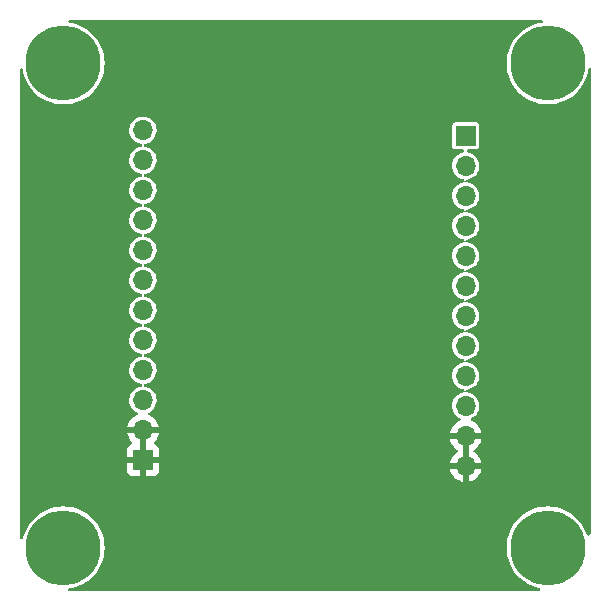
<source format=gbl>
G04 #@! TF.GenerationSoftware,KiCad,Pcbnew,(6.0.1)*
G04 #@! TF.CreationDate,2022-08-20T07:42:27-04:00*
G04 #@! TF.ProjectId,SH-LEV-01,53482d4c-4556-42d3-9031-2e6b69636164,1*
G04 #@! TF.SameCoordinates,Original*
G04 #@! TF.FileFunction,Copper,L2,Bot*
G04 #@! TF.FilePolarity,Positive*
%FSLAX46Y46*%
G04 Gerber Fmt 4.6, Leading zero omitted, Abs format (unit mm)*
G04 Created by KiCad (PCBNEW (6.0.1)) date 2022-08-20 07:42:27*
%MOMM*%
%LPD*%
G01*
G04 APERTURE LIST*
G04 #@! TA.AperFunction,ComponentPad*
%ADD10C,6.350000*%
G04 #@! TD*
G04 #@! TA.AperFunction,ComponentPad*
%ADD11R,1.700000X1.700000*%
G04 #@! TD*
G04 #@! TA.AperFunction,ComponentPad*
%ADD12O,1.700000X1.700000*%
G04 #@! TD*
G04 #@! TA.AperFunction,ViaPad*
%ADD13C,0.889000*%
G04 #@! TD*
G04 APERTURE END LIST*
D10*
X14000000Y-55000000D03*
X55000000Y-55000000D03*
X55000000Y-14000000D03*
X14000000Y-14000000D03*
D11*
X20732600Y-47604600D03*
D12*
X20732600Y-45064600D03*
X20732600Y-42524600D03*
X20732600Y-39984600D03*
X20732600Y-37444600D03*
X20732600Y-34904600D03*
X20732600Y-32364600D03*
X20732600Y-29824600D03*
X20732600Y-27284600D03*
X20732600Y-24744600D03*
X20732600Y-22204600D03*
X20732600Y-19664600D03*
D11*
X48050600Y-20142600D03*
D12*
X48050600Y-22682600D03*
X48050600Y-25222600D03*
X48050600Y-27762600D03*
X48050600Y-30302600D03*
X48050600Y-32842600D03*
X48050600Y-35382600D03*
X48050600Y-37922600D03*
X48050600Y-40462600D03*
X48050600Y-43002600D03*
X48050600Y-45542600D03*
X48050600Y-48082600D03*
D13*
X34899600Y-46329600D03*
X39217600Y-34899600D03*
X37693600Y-20675600D03*
X34413100Y-19384100D03*
G04 #@! TA.AperFunction,Conductor*
G36*
X54550059Y-10324802D02*
G01*
X54596552Y-10378458D01*
X54606656Y-10448732D01*
X54577162Y-10513312D01*
X54517436Y-10551696D01*
X54501650Y-10555249D01*
X54275412Y-10591081D01*
X53923052Y-10685496D01*
X53582492Y-10816225D01*
X53579552Y-10817723D01*
X53260403Y-10980337D01*
X53260396Y-10980341D01*
X53257462Y-10981836D01*
X52951524Y-11180514D01*
X52668029Y-11410084D01*
X52410084Y-11668029D01*
X52180514Y-11951524D01*
X51981836Y-12257462D01*
X51816225Y-12582492D01*
X51685496Y-12923052D01*
X51591081Y-13275412D01*
X51534016Y-13635710D01*
X51514924Y-14000000D01*
X51534016Y-14364290D01*
X51534529Y-14367530D01*
X51534530Y-14367538D01*
X51555249Y-14498351D01*
X51591081Y-14724588D01*
X51685496Y-15076948D01*
X51816225Y-15417508D01*
X51981836Y-15742538D01*
X52180514Y-16048476D01*
X52410084Y-16331971D01*
X52668029Y-16589916D01*
X52951524Y-16819486D01*
X53257462Y-17018164D01*
X53260396Y-17019659D01*
X53260403Y-17019663D01*
X53579552Y-17182277D01*
X53582492Y-17183775D01*
X53923052Y-17314504D01*
X54275412Y-17408919D01*
X54466987Y-17439261D01*
X54632462Y-17465470D01*
X54632470Y-17465471D01*
X54635710Y-17465984D01*
X55000000Y-17485076D01*
X55364290Y-17465984D01*
X55367530Y-17465471D01*
X55367538Y-17465470D01*
X55533013Y-17439261D01*
X55724588Y-17408919D01*
X56076948Y-17314504D01*
X56417508Y-17183775D01*
X56420448Y-17182277D01*
X56739597Y-17019663D01*
X56739604Y-17019659D01*
X56742538Y-17018164D01*
X57048476Y-16819486D01*
X57331971Y-16589916D01*
X57589916Y-16331971D01*
X57819486Y-16048476D01*
X58018164Y-15742538D01*
X58183775Y-15417508D01*
X58314504Y-15076948D01*
X58408919Y-14724588D01*
X58444751Y-14498351D01*
X58475163Y-14434198D01*
X58535431Y-14396671D01*
X58606421Y-14397685D01*
X58665593Y-14436918D01*
X58694161Y-14501913D01*
X58695200Y-14518062D01*
X58695200Y-53696869D01*
X58675198Y-53764990D01*
X58663374Y-53780579D01*
X58533894Y-53926245D01*
X58519116Y-53942870D01*
X58458909Y-53980495D01*
X58387918Y-53979598D01*
X58328682Y-53940462D01*
X58307311Y-53904314D01*
X58183775Y-53582492D01*
X58018164Y-53257462D01*
X57819486Y-52951524D01*
X57589916Y-52668029D01*
X57331971Y-52410084D01*
X57048476Y-52180514D01*
X56742538Y-51981836D01*
X56739604Y-51980341D01*
X56739597Y-51980337D01*
X56420448Y-51817723D01*
X56417508Y-51816225D01*
X56076948Y-51685496D01*
X55724588Y-51591081D01*
X55533013Y-51560739D01*
X55367538Y-51534530D01*
X55367530Y-51534529D01*
X55364290Y-51534016D01*
X55000000Y-51514924D01*
X54635710Y-51534016D01*
X54632470Y-51534529D01*
X54632462Y-51534530D01*
X54466987Y-51560739D01*
X54275412Y-51591081D01*
X53923052Y-51685496D01*
X53582492Y-51816225D01*
X53579552Y-51817723D01*
X53260403Y-51980337D01*
X53260396Y-51980341D01*
X53257462Y-51981836D01*
X52951524Y-52180514D01*
X52668029Y-52410084D01*
X52410084Y-52668029D01*
X52180514Y-52951524D01*
X51981836Y-53257462D01*
X51816225Y-53582492D01*
X51685496Y-53923052D01*
X51591081Y-54275412D01*
X51534016Y-54635710D01*
X51514924Y-55000000D01*
X51534016Y-55364290D01*
X51591081Y-55724588D01*
X51685496Y-56076948D01*
X51816225Y-56417508D01*
X51981836Y-56742538D01*
X52180514Y-57048476D01*
X52410084Y-57331971D01*
X52668029Y-57589916D01*
X52951524Y-57819486D01*
X53257462Y-58018164D01*
X53260396Y-58019659D01*
X53260403Y-58019663D01*
X53363998Y-58072447D01*
X53582492Y-58183775D01*
X53923052Y-58314504D01*
X54275412Y-58408919D01*
X54278670Y-58409435D01*
X54278684Y-58409438D01*
X54288028Y-58410918D01*
X54352180Y-58441331D01*
X54389705Y-58501600D01*
X54388690Y-58572590D01*
X54362487Y-58619076D01*
X54332412Y-58652910D01*
X54272205Y-58690535D01*
X54238239Y-58695200D01*
X14518062Y-58695200D01*
X14449941Y-58675198D01*
X14403448Y-58621542D01*
X14393344Y-58551268D01*
X14422838Y-58486688D01*
X14482564Y-58448304D01*
X14498351Y-58444751D01*
X14724588Y-58408919D01*
X15076948Y-58314504D01*
X15417508Y-58183775D01*
X15636002Y-58072447D01*
X15739597Y-58019663D01*
X15739604Y-58019659D01*
X15742538Y-58018164D01*
X16048476Y-57819486D01*
X16331971Y-57589916D01*
X16589916Y-57331971D01*
X16819486Y-57048476D01*
X17018164Y-56742538D01*
X17183775Y-56417508D01*
X17314504Y-56076948D01*
X17408919Y-55724588D01*
X17465984Y-55364290D01*
X17485076Y-55000000D01*
X17465984Y-54635710D01*
X17408919Y-54275412D01*
X17314504Y-53923052D01*
X17183775Y-53582492D01*
X17018164Y-53257462D01*
X16819486Y-52951524D01*
X16589916Y-52668029D01*
X16331971Y-52410084D01*
X16048476Y-52180514D01*
X15742538Y-51981836D01*
X15739604Y-51980341D01*
X15739597Y-51980337D01*
X15420448Y-51817723D01*
X15417508Y-51816225D01*
X15076948Y-51685496D01*
X14724588Y-51591081D01*
X14533013Y-51560739D01*
X14367538Y-51534530D01*
X14367530Y-51534529D01*
X14364290Y-51534016D01*
X14000000Y-51514924D01*
X13635710Y-51534016D01*
X13632470Y-51534529D01*
X13632462Y-51534530D01*
X13466987Y-51560739D01*
X13275412Y-51591081D01*
X12923052Y-51685496D01*
X12582492Y-51816225D01*
X12579552Y-51817723D01*
X12260403Y-51980337D01*
X12260396Y-51980341D01*
X12257462Y-51981836D01*
X11951524Y-52180514D01*
X11668029Y-52410084D01*
X11410084Y-52668029D01*
X11180514Y-52951524D01*
X10981836Y-53257462D01*
X10816225Y-53582492D01*
X10685496Y-53923052D01*
X10670345Y-53979598D01*
X10612738Y-54194589D01*
X10575786Y-54255212D01*
X10511926Y-54286233D01*
X10441431Y-54277805D01*
X10396207Y-54244950D01*
X10335976Y-54176115D01*
X10306171Y-54111677D01*
X10304800Y-54093143D01*
X10304800Y-48499269D01*
X19374601Y-48499269D01*
X19374971Y-48506090D01*
X19380495Y-48556952D01*
X19384121Y-48572204D01*
X19429276Y-48692654D01*
X19437814Y-48708249D01*
X19514315Y-48810324D01*
X19526876Y-48822885D01*
X19628951Y-48899386D01*
X19644546Y-48907924D01*
X19764994Y-48953078D01*
X19780249Y-48956705D01*
X19831114Y-48962231D01*
X19837928Y-48962600D01*
X20460485Y-48962600D01*
X20475724Y-48958125D01*
X20476929Y-48956735D01*
X20478600Y-48949052D01*
X20478600Y-48944484D01*
X20986600Y-48944484D01*
X20991075Y-48959723D01*
X20992465Y-48960928D01*
X21000148Y-48962599D01*
X21627269Y-48962599D01*
X21634090Y-48962229D01*
X21684952Y-48956705D01*
X21700204Y-48953079D01*
X21820654Y-48907924D01*
X21836249Y-48899386D01*
X21938324Y-48822885D01*
X21950885Y-48810324D01*
X22027386Y-48708249D01*
X22035924Y-48692654D01*
X22081078Y-48572206D01*
X22084705Y-48556951D01*
X22090231Y-48506086D01*
X22090600Y-48499272D01*
X22090600Y-48350566D01*
X46718857Y-48350566D01*
X46749165Y-48485046D01*
X46752245Y-48494875D01*
X46832370Y-48692203D01*
X46837013Y-48701394D01*
X46948294Y-48882988D01*
X46954377Y-48891299D01*
X47093813Y-49052267D01*
X47101180Y-49059483D01*
X47265034Y-49195516D01*
X47273481Y-49201431D01*
X47457356Y-49308879D01*
X47466642Y-49313329D01*
X47665601Y-49389303D01*
X47675499Y-49392179D01*
X47778850Y-49413206D01*
X47792899Y-49412010D01*
X47796600Y-49401665D01*
X47796600Y-49401117D01*
X48304600Y-49401117D01*
X48308664Y-49414959D01*
X48322078Y-49416993D01*
X48328784Y-49416134D01*
X48338862Y-49413992D01*
X48542855Y-49352791D01*
X48552442Y-49349033D01*
X48743695Y-49255339D01*
X48752545Y-49250064D01*
X48925928Y-49126392D01*
X48933800Y-49119739D01*
X49084652Y-48969412D01*
X49091330Y-48961565D01*
X49215603Y-48788620D01*
X49220913Y-48779783D01*
X49315270Y-48588867D01*
X49319069Y-48579272D01*
X49380977Y-48375510D01*
X49383155Y-48365437D01*
X49384586Y-48354562D01*
X49382375Y-48340378D01*
X49369217Y-48336600D01*
X48322715Y-48336600D01*
X48307476Y-48341075D01*
X48306271Y-48342465D01*
X48304600Y-48350148D01*
X48304600Y-49401117D01*
X47796600Y-49401117D01*
X47796600Y-48354715D01*
X47792125Y-48339476D01*
X47790735Y-48338271D01*
X47783052Y-48336600D01*
X46733825Y-48336600D01*
X46720294Y-48340573D01*
X46718857Y-48350566D01*
X22090600Y-48350566D01*
X22090600Y-47876715D01*
X22086125Y-47861476D01*
X22084735Y-47860271D01*
X22077052Y-47858600D01*
X21004715Y-47858600D01*
X20989476Y-47863075D01*
X20988271Y-47864465D01*
X20986600Y-47872148D01*
X20986600Y-48944484D01*
X20478600Y-48944484D01*
X20478600Y-47876715D01*
X20474125Y-47861476D01*
X20472735Y-47860271D01*
X20465052Y-47858600D01*
X19392716Y-47858600D01*
X19377477Y-47863075D01*
X19376272Y-47864465D01*
X19374601Y-47872148D01*
X19374601Y-48499269D01*
X10304800Y-48499269D01*
X10304800Y-47816783D01*
X46714989Y-47816783D01*
X46716512Y-47825207D01*
X46728892Y-47828600D01*
X47778485Y-47828600D01*
X47793724Y-47824125D01*
X47794929Y-47822735D01*
X47796600Y-47815052D01*
X47796600Y-47810485D01*
X48304600Y-47810485D01*
X48309075Y-47825724D01*
X48310465Y-47826929D01*
X48318148Y-47828600D01*
X49368944Y-47828600D01*
X49382475Y-47824627D01*
X49383780Y-47815547D01*
X49341814Y-47648475D01*
X49338494Y-47638724D01*
X49253572Y-47443414D01*
X49248705Y-47434339D01*
X49133026Y-47255526D01*
X49126736Y-47247357D01*
X48983406Y-47089840D01*
X48975873Y-47082815D01*
X48808739Y-46950822D01*
X48800152Y-46945117D01*
X48762716Y-46924451D01*
X48712746Y-46874019D01*
X48697974Y-46804576D01*
X48723090Y-46738171D01*
X48750442Y-46711564D01*
X48925927Y-46586392D01*
X48933800Y-46579739D01*
X49084652Y-46429412D01*
X49091330Y-46421565D01*
X49215603Y-46248620D01*
X49220913Y-46239783D01*
X49315270Y-46048867D01*
X49319069Y-46039272D01*
X49380977Y-45835510D01*
X49383155Y-45825437D01*
X49384586Y-45814562D01*
X49382375Y-45800378D01*
X49369217Y-45796600D01*
X48322715Y-45796600D01*
X48307476Y-45801075D01*
X48306271Y-45802465D01*
X48304600Y-45810148D01*
X48304600Y-47810485D01*
X47796600Y-47810485D01*
X47796600Y-45814715D01*
X47792125Y-45799476D01*
X47790735Y-45798271D01*
X47783052Y-45796600D01*
X46733825Y-45796600D01*
X46720294Y-45800573D01*
X46718857Y-45810566D01*
X46749165Y-45945046D01*
X46752245Y-45954875D01*
X46832370Y-46152203D01*
X46837013Y-46161394D01*
X46948294Y-46342988D01*
X46954377Y-46351299D01*
X47093813Y-46512267D01*
X47101180Y-46519483D01*
X47265034Y-46655516D01*
X47273481Y-46661431D01*
X47343079Y-46702101D01*
X47391803Y-46753740D01*
X47404874Y-46823523D01*
X47378143Y-46889294D01*
X47337687Y-46922653D01*
X47329062Y-46927142D01*
X47320338Y-46932636D01*
X47150033Y-47060505D01*
X47142326Y-47067348D01*
X46995190Y-47221317D01*
X46988704Y-47229327D01*
X46868698Y-47405249D01*
X46863600Y-47414223D01*
X46773938Y-47607383D01*
X46770375Y-47617070D01*
X46714989Y-47816783D01*
X10304800Y-47816783D01*
X10304800Y-47332485D01*
X19374600Y-47332485D01*
X19379075Y-47347724D01*
X19380465Y-47348929D01*
X19388148Y-47350600D01*
X20460485Y-47350600D01*
X20475724Y-47346125D01*
X20476929Y-47344735D01*
X20478600Y-47337052D01*
X20478600Y-47332485D01*
X20986600Y-47332485D01*
X20991075Y-47347724D01*
X20992465Y-47348929D01*
X21000148Y-47350600D01*
X22072484Y-47350600D01*
X22087723Y-47346125D01*
X22088928Y-47344735D01*
X22090599Y-47337052D01*
X22090599Y-46709931D01*
X22090229Y-46703110D01*
X22084705Y-46652248D01*
X22081079Y-46636996D01*
X22035924Y-46516546D01*
X22027386Y-46500951D01*
X21950885Y-46398876D01*
X21938324Y-46386315D01*
X21836249Y-46309814D01*
X21820654Y-46301276D01*
X21709897Y-46259755D01*
X21653133Y-46217113D01*
X21628433Y-46150552D01*
X21643640Y-46081203D01*
X21665187Y-46052522D01*
X21766657Y-45951405D01*
X21773330Y-45943565D01*
X21897603Y-45770620D01*
X21902913Y-45761783D01*
X21997270Y-45570867D01*
X22001069Y-45561272D01*
X22062977Y-45357510D01*
X22065155Y-45347437D01*
X22066586Y-45336562D01*
X22064375Y-45322378D01*
X22051217Y-45318600D01*
X21004715Y-45318600D01*
X20989476Y-45323075D01*
X20988271Y-45324465D01*
X20986600Y-45332148D01*
X20986600Y-47332485D01*
X20478600Y-47332485D01*
X20478600Y-45336715D01*
X20474125Y-45321476D01*
X20472735Y-45320271D01*
X20465052Y-45318600D01*
X19415825Y-45318600D01*
X19402294Y-45322573D01*
X19400857Y-45332566D01*
X19431165Y-45467046D01*
X19434245Y-45476875D01*
X19514370Y-45674203D01*
X19519013Y-45683394D01*
X19630294Y-45864988D01*
X19636377Y-45873299D01*
X19775813Y-46034267D01*
X19783178Y-46041481D01*
X19788566Y-46045954D01*
X19828199Y-46104858D01*
X19829695Y-46175839D01*
X19792578Y-46236361D01*
X19752307Y-46260878D01*
X19644548Y-46301275D01*
X19628951Y-46309814D01*
X19526876Y-46386315D01*
X19514315Y-46398876D01*
X19437814Y-46500951D01*
X19429276Y-46516546D01*
X19384122Y-46636994D01*
X19380495Y-46652249D01*
X19374969Y-46703114D01*
X19374600Y-46709928D01*
X19374600Y-47332485D01*
X10304800Y-47332485D01*
X10304800Y-45276783D01*
X46714989Y-45276783D01*
X46716512Y-45285207D01*
X46728892Y-45288600D01*
X49368944Y-45288600D01*
X49382475Y-45284627D01*
X49383780Y-45275547D01*
X49341814Y-45108475D01*
X49338494Y-45098724D01*
X49253572Y-44903414D01*
X49248705Y-44894339D01*
X49133026Y-44715526D01*
X49126736Y-44707357D01*
X48983406Y-44549840D01*
X48975873Y-44542815D01*
X48808739Y-44410822D01*
X48800152Y-44405117D01*
X48613717Y-44302199D01*
X48604304Y-44297968D01*
X48558797Y-44281853D01*
X48501260Y-44240258D01*
X48475345Y-44174160D01*
X48489279Y-44104545D01*
X48539290Y-44053146D01*
X48707772Y-43958792D01*
X48871020Y-43823020D01*
X49006792Y-43659772D01*
X49110540Y-43474516D01*
X49154498Y-43345020D01*
X49176935Y-43278924D01*
X49176936Y-43278919D01*
X49178791Y-43273455D01*
X49179619Y-43267746D01*
X49179620Y-43267741D01*
X49203256Y-43104724D01*
X49209259Y-43063323D01*
X49210849Y-43002600D01*
X49191421Y-42791161D01*
X49133786Y-42586804D01*
X49039875Y-42396372D01*
X48912833Y-42226242D01*
X48780187Y-42103625D01*
X48761155Y-42086032D01*
X48761152Y-42086030D01*
X48756915Y-42082113D01*
X48577342Y-41968811D01*
X48543668Y-41955376D01*
X48439317Y-41913744D01*
X48380129Y-41890130D01*
X48374461Y-41889003D01*
X48374459Y-41889002D01*
X48204167Y-41855129D01*
X48141257Y-41822222D01*
X48106125Y-41760527D01*
X48109925Y-41689632D01*
X48151451Y-41632046D01*
X48210666Y-41606855D01*
X48321455Y-41590791D01*
X48326919Y-41588936D01*
X48326924Y-41588935D01*
X48517048Y-41524396D01*
X48522516Y-41522540D01*
X48707772Y-41418792D01*
X48717139Y-41411002D01*
X48866582Y-41286711D01*
X48871020Y-41283020D01*
X49006792Y-41119772D01*
X49110540Y-40934516D01*
X49154498Y-40805020D01*
X49176935Y-40738924D01*
X49176936Y-40738919D01*
X49178791Y-40733455D01*
X49179619Y-40727746D01*
X49179620Y-40727741D01*
X49203256Y-40564724D01*
X49209259Y-40523323D01*
X49210849Y-40462600D01*
X49191421Y-40251161D01*
X49133786Y-40046804D01*
X49039875Y-39856372D01*
X48912833Y-39686242D01*
X48780187Y-39563625D01*
X48761155Y-39546032D01*
X48761152Y-39546030D01*
X48756915Y-39542113D01*
X48577342Y-39428811D01*
X48543668Y-39415376D01*
X48439317Y-39373744D01*
X48380129Y-39350130D01*
X48374461Y-39349003D01*
X48374459Y-39349002D01*
X48204167Y-39315129D01*
X48141257Y-39282222D01*
X48106125Y-39220527D01*
X48109925Y-39149632D01*
X48151451Y-39092046D01*
X48210666Y-39066855D01*
X48321455Y-39050791D01*
X48326919Y-39048936D01*
X48326924Y-39048935D01*
X48517048Y-38984396D01*
X48522516Y-38982540D01*
X48707772Y-38878792D01*
X48717139Y-38871002D01*
X48866582Y-38746711D01*
X48871020Y-38743020D01*
X49006792Y-38579772D01*
X49110540Y-38394516D01*
X49154498Y-38265020D01*
X49176935Y-38198924D01*
X49176936Y-38198919D01*
X49178791Y-38193455D01*
X49179619Y-38187746D01*
X49179620Y-38187741D01*
X49203256Y-38024724D01*
X49209259Y-37983323D01*
X49210849Y-37922600D01*
X49191421Y-37711161D01*
X49133786Y-37506804D01*
X49039875Y-37316372D01*
X48912833Y-37146242D01*
X48780187Y-37023625D01*
X48761155Y-37006032D01*
X48761152Y-37006030D01*
X48756915Y-37002113D01*
X48577342Y-36888811D01*
X48543668Y-36875376D01*
X48439317Y-36833744D01*
X48380129Y-36810130D01*
X48374461Y-36809003D01*
X48374459Y-36809002D01*
X48204167Y-36775129D01*
X48141257Y-36742222D01*
X48106125Y-36680527D01*
X48109925Y-36609632D01*
X48151451Y-36552046D01*
X48210666Y-36526855D01*
X48321455Y-36510791D01*
X48326919Y-36508936D01*
X48326924Y-36508935D01*
X48517048Y-36444396D01*
X48522516Y-36442540D01*
X48707772Y-36338792D01*
X48717139Y-36331002D01*
X48866582Y-36206711D01*
X48871020Y-36203020D01*
X49006792Y-36039772D01*
X49110540Y-35854516D01*
X49154498Y-35725020D01*
X49176935Y-35658924D01*
X49176936Y-35658919D01*
X49178791Y-35653455D01*
X49179619Y-35647746D01*
X49179620Y-35647741D01*
X49203256Y-35484724D01*
X49209259Y-35443323D01*
X49210849Y-35382600D01*
X49191421Y-35171161D01*
X49133786Y-34966804D01*
X49039875Y-34776372D01*
X48912833Y-34606242D01*
X48780187Y-34483625D01*
X48761155Y-34466032D01*
X48761152Y-34466030D01*
X48756915Y-34462113D01*
X48577342Y-34348811D01*
X48543668Y-34335376D01*
X48439317Y-34293744D01*
X48380129Y-34270130D01*
X48374461Y-34269003D01*
X48374459Y-34269002D01*
X48204167Y-34235129D01*
X48141257Y-34202222D01*
X48106125Y-34140527D01*
X48109925Y-34069632D01*
X48151451Y-34012046D01*
X48210666Y-33986855D01*
X48321455Y-33970791D01*
X48326919Y-33968936D01*
X48326924Y-33968935D01*
X48517048Y-33904396D01*
X48522516Y-33902540D01*
X48707772Y-33798792D01*
X48717139Y-33791002D01*
X48866582Y-33666711D01*
X48871020Y-33663020D01*
X49006792Y-33499772D01*
X49110540Y-33314516D01*
X49154498Y-33185020D01*
X49176935Y-33118924D01*
X49176936Y-33118919D01*
X49178791Y-33113455D01*
X49179619Y-33107746D01*
X49179620Y-33107741D01*
X49203256Y-32944724D01*
X49209259Y-32903323D01*
X49210849Y-32842600D01*
X49191421Y-32631161D01*
X49133786Y-32426804D01*
X49039875Y-32236372D01*
X48912833Y-32066242D01*
X48780187Y-31943625D01*
X48761155Y-31926032D01*
X48761152Y-31926030D01*
X48756915Y-31922113D01*
X48577342Y-31808811D01*
X48543668Y-31795376D01*
X48439317Y-31753744D01*
X48380129Y-31730130D01*
X48374461Y-31729003D01*
X48374459Y-31729002D01*
X48204167Y-31695129D01*
X48141257Y-31662222D01*
X48106125Y-31600527D01*
X48109925Y-31529632D01*
X48151451Y-31472046D01*
X48210666Y-31446855D01*
X48321455Y-31430791D01*
X48326919Y-31428936D01*
X48326924Y-31428935D01*
X48517048Y-31364396D01*
X48522516Y-31362540D01*
X48707772Y-31258792D01*
X48717139Y-31251002D01*
X48866582Y-31126711D01*
X48871020Y-31123020D01*
X49006792Y-30959772D01*
X49110540Y-30774516D01*
X49154498Y-30645020D01*
X49176935Y-30578924D01*
X49176936Y-30578919D01*
X49178791Y-30573455D01*
X49179619Y-30567746D01*
X49179620Y-30567741D01*
X49203256Y-30404724D01*
X49209259Y-30363323D01*
X49210849Y-30302600D01*
X49191421Y-30091161D01*
X49133786Y-29886804D01*
X49039875Y-29696372D01*
X48912833Y-29526242D01*
X48780187Y-29403625D01*
X48761155Y-29386032D01*
X48761152Y-29386030D01*
X48756915Y-29382113D01*
X48577342Y-29268811D01*
X48543668Y-29255376D01*
X48439317Y-29213744D01*
X48380129Y-29190130D01*
X48374461Y-29189003D01*
X48374459Y-29189002D01*
X48204167Y-29155129D01*
X48141257Y-29122222D01*
X48106125Y-29060527D01*
X48109925Y-28989632D01*
X48151451Y-28932046D01*
X48210666Y-28906855D01*
X48321455Y-28890791D01*
X48326919Y-28888936D01*
X48326924Y-28888935D01*
X48517048Y-28824396D01*
X48522516Y-28822540D01*
X48707772Y-28718792D01*
X48717139Y-28711002D01*
X48866582Y-28586711D01*
X48871020Y-28583020D01*
X49006792Y-28419772D01*
X49110540Y-28234516D01*
X49154498Y-28105020D01*
X49176935Y-28038924D01*
X49176936Y-28038919D01*
X49178791Y-28033455D01*
X49179619Y-28027746D01*
X49179620Y-28027741D01*
X49203256Y-27864724D01*
X49209259Y-27823323D01*
X49210849Y-27762600D01*
X49191421Y-27551161D01*
X49133786Y-27346804D01*
X49039875Y-27156372D01*
X48912833Y-26986242D01*
X48780187Y-26863625D01*
X48761155Y-26846032D01*
X48761152Y-26846030D01*
X48756915Y-26842113D01*
X48577342Y-26728811D01*
X48543668Y-26715376D01*
X48439317Y-26673744D01*
X48380129Y-26650130D01*
X48374461Y-26649003D01*
X48374459Y-26649002D01*
X48204167Y-26615129D01*
X48141257Y-26582222D01*
X48106125Y-26520527D01*
X48109925Y-26449632D01*
X48151451Y-26392046D01*
X48210666Y-26366855D01*
X48321455Y-26350791D01*
X48326919Y-26348936D01*
X48326924Y-26348935D01*
X48517048Y-26284396D01*
X48522516Y-26282540D01*
X48707772Y-26178792D01*
X48717139Y-26171002D01*
X48866582Y-26046711D01*
X48871020Y-26043020D01*
X49006792Y-25879772D01*
X49110540Y-25694516D01*
X49154498Y-25565020D01*
X49176935Y-25498924D01*
X49176936Y-25498919D01*
X49178791Y-25493455D01*
X49179619Y-25487746D01*
X49179620Y-25487741D01*
X49203256Y-25324724D01*
X49209259Y-25283323D01*
X49210849Y-25222600D01*
X49191421Y-25011161D01*
X49133786Y-24806804D01*
X49039875Y-24616372D01*
X48912833Y-24446242D01*
X48780187Y-24323625D01*
X48761155Y-24306032D01*
X48761152Y-24306030D01*
X48756915Y-24302113D01*
X48577342Y-24188811D01*
X48543668Y-24175376D01*
X48439317Y-24133744D01*
X48380129Y-24110130D01*
X48374461Y-24109003D01*
X48374459Y-24109002D01*
X48204167Y-24075129D01*
X48141257Y-24042222D01*
X48106125Y-23980527D01*
X48109925Y-23909632D01*
X48151451Y-23852046D01*
X48210666Y-23826855D01*
X48321455Y-23810791D01*
X48326919Y-23808936D01*
X48326924Y-23808935D01*
X48517048Y-23744396D01*
X48522516Y-23742540D01*
X48707772Y-23638792D01*
X48717139Y-23631002D01*
X48866582Y-23506711D01*
X48871020Y-23503020D01*
X49006792Y-23339772D01*
X49110540Y-23154516D01*
X49154498Y-23025020D01*
X49176935Y-22958924D01*
X49176936Y-22958919D01*
X49178791Y-22953455D01*
X49179619Y-22947746D01*
X49179620Y-22947741D01*
X49203256Y-22784724D01*
X49209259Y-22743323D01*
X49210849Y-22682600D01*
X49191421Y-22471161D01*
X49133786Y-22266804D01*
X49039875Y-22076372D01*
X48912833Y-21906242D01*
X48780187Y-21783625D01*
X48761155Y-21766032D01*
X48761152Y-21766030D01*
X48756915Y-21762113D01*
X48577342Y-21648811D01*
X48543668Y-21635376D01*
X48439317Y-21593744D01*
X48380129Y-21570130D01*
X48374461Y-21569003D01*
X48374459Y-21569002D01*
X48266253Y-21547479D01*
X48203343Y-21514572D01*
X48168211Y-21452877D01*
X48172011Y-21381982D01*
X48213536Y-21324396D01*
X48279603Y-21298402D01*
X48290834Y-21297900D01*
X48945958Y-21297900D01*
X48956852Y-21296604D01*
X48963193Y-21295850D01*
X48963196Y-21295849D01*
X48972578Y-21294733D01*
X49076519Y-21248564D01*
X49116598Y-21208414D01*
X49148652Y-21176305D01*
X49148653Y-21176303D01*
X49156870Y-21168072D01*
X49162483Y-21155377D01*
X49199027Y-21072716D01*
X49202858Y-21064051D01*
X49205900Y-21037958D01*
X49205900Y-19247242D01*
X49204604Y-19236348D01*
X49203850Y-19230007D01*
X49203849Y-19230004D01*
X49202733Y-19220622D01*
X49156564Y-19116681D01*
X49093517Y-19053744D01*
X49084305Y-19044548D01*
X49084303Y-19044547D01*
X49076072Y-19036330D01*
X48972051Y-18990342D01*
X48945958Y-18987300D01*
X47155242Y-18987300D01*
X47144348Y-18988596D01*
X47138007Y-18989350D01*
X47138004Y-18989351D01*
X47128622Y-18990467D01*
X47024681Y-19036636D01*
X47007603Y-19053744D01*
X46952548Y-19108895D01*
X46952547Y-19108897D01*
X46944330Y-19117128D01*
X46898342Y-19221149D01*
X46895300Y-19247242D01*
X46895300Y-21037958D01*
X46896486Y-21047928D01*
X46897285Y-21054640D01*
X46898467Y-21064578D01*
X46907931Y-21085885D01*
X46938799Y-21155377D01*
X46944636Y-21168519D01*
X46984786Y-21208598D01*
X47016895Y-21240652D01*
X47016897Y-21240653D01*
X47025128Y-21248870D01*
X47129149Y-21294858D01*
X47155242Y-21297900D01*
X47809313Y-21297900D01*
X47877434Y-21317902D01*
X47923927Y-21371558D01*
X47934031Y-21441832D01*
X47904537Y-21506412D01*
X47844811Y-21544796D01*
X47830651Y-21548080D01*
X47755995Y-21560908D01*
X47755992Y-21560909D01*
X47750305Y-21561886D01*
X47551100Y-21635376D01*
X47368623Y-21743939D01*
X47208985Y-21883937D01*
X47205418Y-21888462D01*
X47205413Y-21888467D01*
X47081107Y-22046149D01*
X47077533Y-22050683D01*
X47074845Y-22055792D01*
X46981359Y-22233480D01*
X46981357Y-22233485D01*
X46978670Y-22238592D01*
X46915705Y-22441371D01*
X46890749Y-22652228D01*
X46904636Y-22864103D01*
X46956901Y-23069899D01*
X47045795Y-23262724D01*
X47168340Y-23436121D01*
X47320432Y-23584283D01*
X47325228Y-23587488D01*
X47325231Y-23587490D01*
X47396486Y-23635101D01*
X47496977Y-23702247D01*
X47502285Y-23704528D01*
X47502286Y-23704528D01*
X47686760Y-23783784D01*
X47686763Y-23783785D01*
X47692063Y-23786062D01*
X47697692Y-23787336D01*
X47697693Y-23787336D01*
X47892687Y-23831459D01*
X47954714Y-23866002D01*
X47988218Y-23928596D01*
X47982564Y-23999367D01*
X47939545Y-24055846D01*
X47886217Y-24078532D01*
X47755995Y-24100908D01*
X47755992Y-24100909D01*
X47750305Y-24101886D01*
X47551100Y-24175376D01*
X47368623Y-24283939D01*
X47208985Y-24423937D01*
X47205418Y-24428462D01*
X47205413Y-24428467D01*
X47081107Y-24586149D01*
X47077533Y-24590683D01*
X47074845Y-24595792D01*
X46981359Y-24773480D01*
X46981357Y-24773485D01*
X46978670Y-24778592D01*
X46915705Y-24981371D01*
X46890749Y-25192228D01*
X46904636Y-25404103D01*
X46956901Y-25609899D01*
X47045795Y-25802724D01*
X47168340Y-25976121D01*
X47320432Y-26124283D01*
X47325228Y-26127488D01*
X47325231Y-26127490D01*
X47396486Y-26175101D01*
X47496977Y-26242247D01*
X47502285Y-26244528D01*
X47502286Y-26244528D01*
X47686760Y-26323784D01*
X47686763Y-26323785D01*
X47692063Y-26326062D01*
X47697692Y-26327336D01*
X47697693Y-26327336D01*
X47892687Y-26371459D01*
X47954714Y-26406002D01*
X47988218Y-26468596D01*
X47982564Y-26539367D01*
X47939545Y-26595846D01*
X47886217Y-26618532D01*
X47755995Y-26640908D01*
X47755992Y-26640909D01*
X47750305Y-26641886D01*
X47551100Y-26715376D01*
X47368623Y-26823939D01*
X47208985Y-26963937D01*
X47205418Y-26968462D01*
X47205413Y-26968467D01*
X47081107Y-27126149D01*
X47077533Y-27130683D01*
X47074845Y-27135792D01*
X46981359Y-27313480D01*
X46981357Y-27313485D01*
X46978670Y-27318592D01*
X46915705Y-27521371D01*
X46890749Y-27732228D01*
X46904636Y-27944103D01*
X46956901Y-28149899D01*
X47045795Y-28342724D01*
X47168340Y-28516121D01*
X47320432Y-28664283D01*
X47325228Y-28667488D01*
X47325231Y-28667490D01*
X47396486Y-28715101D01*
X47496977Y-28782247D01*
X47502285Y-28784528D01*
X47502286Y-28784528D01*
X47686760Y-28863784D01*
X47686763Y-28863785D01*
X47692063Y-28866062D01*
X47697692Y-28867336D01*
X47697693Y-28867336D01*
X47892687Y-28911459D01*
X47954714Y-28946002D01*
X47988218Y-29008596D01*
X47982564Y-29079367D01*
X47939545Y-29135846D01*
X47886217Y-29158532D01*
X47755995Y-29180908D01*
X47755992Y-29180909D01*
X47750305Y-29181886D01*
X47551100Y-29255376D01*
X47368623Y-29363939D01*
X47208985Y-29503937D01*
X47205418Y-29508462D01*
X47205413Y-29508467D01*
X47081107Y-29666149D01*
X47077533Y-29670683D01*
X47074845Y-29675792D01*
X46981359Y-29853480D01*
X46981357Y-29853485D01*
X46978670Y-29858592D01*
X46915705Y-30061371D01*
X46890749Y-30272228D01*
X46904636Y-30484103D01*
X46956901Y-30689899D01*
X47045795Y-30882724D01*
X47168340Y-31056121D01*
X47320432Y-31204283D01*
X47325228Y-31207488D01*
X47325231Y-31207490D01*
X47396486Y-31255101D01*
X47496977Y-31322247D01*
X47502285Y-31324528D01*
X47502286Y-31324528D01*
X47686760Y-31403784D01*
X47686763Y-31403785D01*
X47692063Y-31406062D01*
X47697692Y-31407336D01*
X47697693Y-31407336D01*
X47892687Y-31451459D01*
X47954714Y-31486002D01*
X47988218Y-31548596D01*
X47982564Y-31619367D01*
X47939545Y-31675846D01*
X47886217Y-31698532D01*
X47755995Y-31720908D01*
X47755992Y-31720909D01*
X47750305Y-31721886D01*
X47551100Y-31795376D01*
X47368623Y-31903939D01*
X47208985Y-32043937D01*
X47205418Y-32048462D01*
X47205413Y-32048467D01*
X47081107Y-32206149D01*
X47077533Y-32210683D01*
X47074845Y-32215792D01*
X46981359Y-32393480D01*
X46981357Y-32393485D01*
X46978670Y-32398592D01*
X46915705Y-32601371D01*
X46890749Y-32812228D01*
X46904636Y-33024103D01*
X46956901Y-33229899D01*
X47045795Y-33422724D01*
X47168340Y-33596121D01*
X47320432Y-33744283D01*
X47325228Y-33747488D01*
X47325231Y-33747490D01*
X47396486Y-33795101D01*
X47496977Y-33862247D01*
X47502285Y-33864528D01*
X47502286Y-33864528D01*
X47686760Y-33943784D01*
X47686763Y-33943785D01*
X47692063Y-33946062D01*
X47697692Y-33947336D01*
X47697693Y-33947336D01*
X47892687Y-33991459D01*
X47954714Y-34026002D01*
X47988218Y-34088596D01*
X47982564Y-34159367D01*
X47939545Y-34215846D01*
X47886217Y-34238532D01*
X47755995Y-34260908D01*
X47755992Y-34260909D01*
X47750305Y-34261886D01*
X47551100Y-34335376D01*
X47368623Y-34443939D01*
X47208985Y-34583937D01*
X47205418Y-34588462D01*
X47205413Y-34588467D01*
X47081107Y-34746149D01*
X47077533Y-34750683D01*
X47074845Y-34755792D01*
X46981359Y-34933480D01*
X46981357Y-34933485D01*
X46978670Y-34938592D01*
X46915705Y-35141371D01*
X46890749Y-35352228D01*
X46904636Y-35564103D01*
X46956901Y-35769899D01*
X47045795Y-35962724D01*
X47168340Y-36136121D01*
X47320432Y-36284283D01*
X47325228Y-36287488D01*
X47325231Y-36287490D01*
X47396486Y-36335101D01*
X47496977Y-36402247D01*
X47502285Y-36404528D01*
X47502286Y-36404528D01*
X47686760Y-36483784D01*
X47686763Y-36483785D01*
X47692063Y-36486062D01*
X47697692Y-36487336D01*
X47697693Y-36487336D01*
X47892687Y-36531459D01*
X47954714Y-36566002D01*
X47988218Y-36628596D01*
X47982564Y-36699367D01*
X47939545Y-36755846D01*
X47886217Y-36778532D01*
X47755995Y-36800908D01*
X47755992Y-36800909D01*
X47750305Y-36801886D01*
X47551100Y-36875376D01*
X47368623Y-36983939D01*
X47208985Y-37123937D01*
X47205418Y-37128462D01*
X47205413Y-37128467D01*
X47081107Y-37286149D01*
X47077533Y-37290683D01*
X47074845Y-37295792D01*
X46981359Y-37473480D01*
X46981357Y-37473485D01*
X46978670Y-37478592D01*
X46915705Y-37681371D01*
X46890749Y-37892228D01*
X46904636Y-38104103D01*
X46956901Y-38309899D01*
X47045795Y-38502724D01*
X47168340Y-38676121D01*
X47320432Y-38824283D01*
X47325228Y-38827488D01*
X47325231Y-38827490D01*
X47396486Y-38875101D01*
X47496977Y-38942247D01*
X47502285Y-38944528D01*
X47502286Y-38944528D01*
X47686760Y-39023784D01*
X47686763Y-39023785D01*
X47692063Y-39026062D01*
X47697692Y-39027336D01*
X47697693Y-39027336D01*
X47892687Y-39071459D01*
X47954714Y-39106002D01*
X47988218Y-39168596D01*
X47982564Y-39239367D01*
X47939545Y-39295846D01*
X47886217Y-39318532D01*
X47755995Y-39340908D01*
X47755992Y-39340909D01*
X47750305Y-39341886D01*
X47551100Y-39415376D01*
X47368623Y-39523939D01*
X47208985Y-39663937D01*
X47205418Y-39668462D01*
X47205413Y-39668467D01*
X47081107Y-39826149D01*
X47077533Y-39830683D01*
X47074845Y-39835792D01*
X46981359Y-40013480D01*
X46981357Y-40013485D01*
X46978670Y-40018592D01*
X46915705Y-40221371D01*
X46890749Y-40432228D01*
X46904636Y-40644103D01*
X46956901Y-40849899D01*
X47045795Y-41042724D01*
X47168340Y-41216121D01*
X47320432Y-41364283D01*
X47325228Y-41367488D01*
X47325231Y-41367490D01*
X47396486Y-41415101D01*
X47496977Y-41482247D01*
X47502285Y-41484528D01*
X47502286Y-41484528D01*
X47686760Y-41563784D01*
X47686763Y-41563785D01*
X47692063Y-41566062D01*
X47697692Y-41567336D01*
X47697693Y-41567336D01*
X47892687Y-41611459D01*
X47954714Y-41646002D01*
X47988218Y-41708596D01*
X47982564Y-41779367D01*
X47939545Y-41835846D01*
X47886217Y-41858532D01*
X47755995Y-41880908D01*
X47755992Y-41880909D01*
X47750305Y-41881886D01*
X47551100Y-41955376D01*
X47368623Y-42063939D01*
X47208985Y-42203937D01*
X47205418Y-42208462D01*
X47205413Y-42208467D01*
X47081107Y-42366149D01*
X47077533Y-42370683D01*
X47074845Y-42375792D01*
X46981359Y-42553480D01*
X46981357Y-42553485D01*
X46978670Y-42558592D01*
X46915705Y-42761371D01*
X46890749Y-42972228D01*
X46904636Y-43184103D01*
X46956901Y-43389899D01*
X47045795Y-43582724D01*
X47168340Y-43756121D01*
X47320432Y-43904283D01*
X47325228Y-43907488D01*
X47325231Y-43907490D01*
X47335926Y-43914636D01*
X47496977Y-44022247D01*
X47502280Y-44024526D01*
X47502285Y-44024528D01*
X47529893Y-44036389D01*
X47550462Y-44045226D01*
X47605154Y-44090492D01*
X47626692Y-44158143D01*
X47608235Y-44226699D01*
X47555645Y-44274394D01*
X47539871Y-44280757D01*
X47527473Y-44284810D01*
X47517959Y-44288809D01*
X47329063Y-44387142D01*
X47320338Y-44392636D01*
X47150033Y-44520505D01*
X47142326Y-44527348D01*
X46995190Y-44681317D01*
X46988704Y-44689327D01*
X46868698Y-44865249D01*
X46863600Y-44874223D01*
X46773938Y-45067383D01*
X46770375Y-45077070D01*
X46714989Y-45276783D01*
X10304800Y-45276783D01*
X10304800Y-44798783D01*
X19396989Y-44798783D01*
X19398512Y-44807207D01*
X19410892Y-44810600D01*
X22050944Y-44810600D01*
X22064475Y-44806627D01*
X22065780Y-44797547D01*
X22023814Y-44630475D01*
X22020494Y-44620724D01*
X21935572Y-44425414D01*
X21930705Y-44416339D01*
X21815026Y-44237526D01*
X21808736Y-44229357D01*
X21665406Y-44071840D01*
X21657873Y-44064815D01*
X21490739Y-43932822D01*
X21482152Y-43927117D01*
X21295717Y-43824199D01*
X21286304Y-43819968D01*
X21240797Y-43803853D01*
X21183260Y-43762258D01*
X21157345Y-43696160D01*
X21171279Y-43626545D01*
X21221290Y-43575146D01*
X21389772Y-43480792D01*
X21553020Y-43345020D01*
X21688792Y-43181772D01*
X21792540Y-42996516D01*
X21860791Y-42795455D01*
X21861619Y-42789746D01*
X21861620Y-42789741D01*
X21890726Y-42588997D01*
X21891259Y-42585323D01*
X21892849Y-42524600D01*
X21873421Y-42313161D01*
X21815786Y-42108804D01*
X21721875Y-41918372D01*
X21594833Y-41748242D01*
X21469133Y-41632046D01*
X21443155Y-41608032D01*
X21443152Y-41608030D01*
X21438915Y-41604113D01*
X21259342Y-41490811D01*
X21237877Y-41482247D01*
X21198696Y-41466615D01*
X21062129Y-41412130D01*
X21056461Y-41411003D01*
X21056459Y-41411002D01*
X20886167Y-41377129D01*
X20823257Y-41344222D01*
X20788125Y-41282527D01*
X20791925Y-41211632D01*
X20833451Y-41154046D01*
X20892666Y-41128855D01*
X21003455Y-41112791D01*
X21008919Y-41110936D01*
X21008924Y-41110935D01*
X21199048Y-41046396D01*
X21204516Y-41044540D01*
X21389772Y-40940792D01*
X21553020Y-40805020D01*
X21688792Y-40641772D01*
X21792540Y-40456516D01*
X21860791Y-40255455D01*
X21861619Y-40249746D01*
X21861620Y-40249741D01*
X21890726Y-40048997D01*
X21891259Y-40045323D01*
X21892849Y-39984600D01*
X21873421Y-39773161D01*
X21815786Y-39568804D01*
X21721875Y-39378372D01*
X21594833Y-39208242D01*
X21469133Y-39092046D01*
X21443155Y-39068032D01*
X21443152Y-39068030D01*
X21438915Y-39064113D01*
X21259342Y-38950811D01*
X21237877Y-38942247D01*
X21198696Y-38926615D01*
X21062129Y-38872130D01*
X21056461Y-38871003D01*
X21056459Y-38871002D01*
X20886167Y-38837129D01*
X20823257Y-38804222D01*
X20788125Y-38742527D01*
X20791925Y-38671632D01*
X20833451Y-38614046D01*
X20892666Y-38588855D01*
X21003455Y-38572791D01*
X21008919Y-38570936D01*
X21008924Y-38570935D01*
X21199048Y-38506396D01*
X21204516Y-38504540D01*
X21389772Y-38400792D01*
X21553020Y-38265020D01*
X21688792Y-38101772D01*
X21792540Y-37916516D01*
X21860791Y-37715455D01*
X21861619Y-37709746D01*
X21861620Y-37709741D01*
X21890726Y-37508997D01*
X21891259Y-37505323D01*
X21892849Y-37444600D01*
X21873421Y-37233161D01*
X21815786Y-37028804D01*
X21721875Y-36838372D01*
X21594833Y-36668242D01*
X21469133Y-36552046D01*
X21443155Y-36528032D01*
X21443152Y-36528030D01*
X21438915Y-36524113D01*
X21259342Y-36410811D01*
X21237877Y-36402247D01*
X21198696Y-36386615D01*
X21062129Y-36332130D01*
X21056461Y-36331003D01*
X21056459Y-36331002D01*
X20886167Y-36297129D01*
X20823257Y-36264222D01*
X20788125Y-36202527D01*
X20791925Y-36131632D01*
X20833451Y-36074046D01*
X20892666Y-36048855D01*
X21003455Y-36032791D01*
X21008919Y-36030936D01*
X21008924Y-36030935D01*
X21199048Y-35966396D01*
X21204516Y-35964540D01*
X21389772Y-35860792D01*
X21553020Y-35725020D01*
X21688792Y-35561772D01*
X21792540Y-35376516D01*
X21860791Y-35175455D01*
X21861619Y-35169746D01*
X21861620Y-35169741D01*
X21890726Y-34968997D01*
X21891259Y-34965323D01*
X21892849Y-34904600D01*
X21873421Y-34693161D01*
X21815786Y-34488804D01*
X21721875Y-34298372D01*
X21594833Y-34128242D01*
X21469133Y-34012046D01*
X21443155Y-33988032D01*
X21443152Y-33988030D01*
X21438915Y-33984113D01*
X21259342Y-33870811D01*
X21237877Y-33862247D01*
X21198696Y-33846615D01*
X21062129Y-33792130D01*
X21056461Y-33791003D01*
X21056459Y-33791002D01*
X20886167Y-33757129D01*
X20823257Y-33724222D01*
X20788125Y-33662527D01*
X20791925Y-33591632D01*
X20833451Y-33534046D01*
X20892666Y-33508855D01*
X21003455Y-33492791D01*
X21008919Y-33490936D01*
X21008924Y-33490935D01*
X21199048Y-33426396D01*
X21204516Y-33424540D01*
X21389772Y-33320792D01*
X21553020Y-33185020D01*
X21688792Y-33021772D01*
X21792540Y-32836516D01*
X21860791Y-32635455D01*
X21861619Y-32629746D01*
X21861620Y-32629741D01*
X21890726Y-32428997D01*
X21891259Y-32425323D01*
X21892849Y-32364600D01*
X21873421Y-32153161D01*
X21815786Y-31948804D01*
X21721875Y-31758372D01*
X21594833Y-31588242D01*
X21469133Y-31472046D01*
X21443155Y-31448032D01*
X21443152Y-31448030D01*
X21438915Y-31444113D01*
X21259342Y-31330811D01*
X21237877Y-31322247D01*
X21198696Y-31306615D01*
X21062129Y-31252130D01*
X21056461Y-31251003D01*
X21056459Y-31251002D01*
X20886167Y-31217129D01*
X20823257Y-31184222D01*
X20788125Y-31122527D01*
X20791925Y-31051632D01*
X20833451Y-30994046D01*
X20892666Y-30968855D01*
X21003455Y-30952791D01*
X21008919Y-30950936D01*
X21008924Y-30950935D01*
X21199048Y-30886396D01*
X21204516Y-30884540D01*
X21389772Y-30780792D01*
X21553020Y-30645020D01*
X21688792Y-30481772D01*
X21792540Y-30296516D01*
X21860791Y-30095455D01*
X21861619Y-30089746D01*
X21861620Y-30089741D01*
X21890726Y-29888997D01*
X21891259Y-29885323D01*
X21892849Y-29824600D01*
X21873421Y-29613161D01*
X21815786Y-29408804D01*
X21721875Y-29218372D01*
X21594833Y-29048242D01*
X21469133Y-28932046D01*
X21443155Y-28908032D01*
X21443152Y-28908030D01*
X21438915Y-28904113D01*
X21259342Y-28790811D01*
X21237877Y-28782247D01*
X21198696Y-28766615D01*
X21062129Y-28712130D01*
X21056461Y-28711003D01*
X21056459Y-28711002D01*
X20886167Y-28677129D01*
X20823257Y-28644222D01*
X20788125Y-28582527D01*
X20791925Y-28511632D01*
X20833451Y-28454046D01*
X20892666Y-28428855D01*
X21003455Y-28412791D01*
X21008919Y-28410936D01*
X21008924Y-28410935D01*
X21199048Y-28346396D01*
X21204516Y-28344540D01*
X21389772Y-28240792D01*
X21553020Y-28105020D01*
X21688792Y-27941772D01*
X21792540Y-27756516D01*
X21860791Y-27555455D01*
X21861619Y-27549746D01*
X21861620Y-27549741D01*
X21890726Y-27348997D01*
X21891259Y-27345323D01*
X21892849Y-27284600D01*
X21873421Y-27073161D01*
X21815786Y-26868804D01*
X21721875Y-26678372D01*
X21594833Y-26508242D01*
X21469133Y-26392046D01*
X21443155Y-26368032D01*
X21443152Y-26368030D01*
X21438915Y-26364113D01*
X21259342Y-26250811D01*
X21237877Y-26242247D01*
X21198696Y-26226615D01*
X21062129Y-26172130D01*
X21056461Y-26171003D01*
X21056459Y-26171002D01*
X20886167Y-26137129D01*
X20823257Y-26104222D01*
X20788125Y-26042527D01*
X20791925Y-25971632D01*
X20833451Y-25914046D01*
X20892666Y-25888855D01*
X21003455Y-25872791D01*
X21008919Y-25870936D01*
X21008924Y-25870935D01*
X21199048Y-25806396D01*
X21204516Y-25804540D01*
X21389772Y-25700792D01*
X21553020Y-25565020D01*
X21688792Y-25401772D01*
X21792540Y-25216516D01*
X21860791Y-25015455D01*
X21861619Y-25009746D01*
X21861620Y-25009741D01*
X21890726Y-24808997D01*
X21891259Y-24805323D01*
X21892849Y-24744600D01*
X21873421Y-24533161D01*
X21815786Y-24328804D01*
X21721875Y-24138372D01*
X21594833Y-23968242D01*
X21469133Y-23852046D01*
X21443155Y-23828032D01*
X21443152Y-23828030D01*
X21438915Y-23824113D01*
X21259342Y-23710811D01*
X21237877Y-23702247D01*
X21198696Y-23686615D01*
X21062129Y-23632130D01*
X21056461Y-23631003D01*
X21056459Y-23631002D01*
X20886167Y-23597129D01*
X20823257Y-23564222D01*
X20788125Y-23502527D01*
X20791925Y-23431632D01*
X20833451Y-23374046D01*
X20892666Y-23348855D01*
X21003455Y-23332791D01*
X21008919Y-23330936D01*
X21008924Y-23330935D01*
X21199048Y-23266396D01*
X21204516Y-23264540D01*
X21389772Y-23160792D01*
X21553020Y-23025020D01*
X21688792Y-22861772D01*
X21792540Y-22676516D01*
X21860791Y-22475455D01*
X21861619Y-22469746D01*
X21861620Y-22469741D01*
X21890726Y-22268997D01*
X21891259Y-22265323D01*
X21892849Y-22204600D01*
X21873421Y-21993161D01*
X21815786Y-21788804D01*
X21721875Y-21598372D01*
X21594833Y-21428242D01*
X21438915Y-21284113D01*
X21259342Y-21170811D01*
X21253598Y-21168519D01*
X21198696Y-21146615D01*
X21062129Y-21092130D01*
X21056461Y-21091003D01*
X21056459Y-21091002D01*
X20886167Y-21057129D01*
X20823257Y-21024222D01*
X20788125Y-20962527D01*
X20791925Y-20891632D01*
X20833451Y-20834046D01*
X20892666Y-20808855D01*
X21003455Y-20792791D01*
X21008919Y-20790936D01*
X21008924Y-20790935D01*
X21199048Y-20726396D01*
X21204516Y-20724540D01*
X21389772Y-20620792D01*
X21553020Y-20485020D01*
X21688792Y-20321772D01*
X21792540Y-20136516D01*
X21860791Y-19935455D01*
X21861619Y-19929746D01*
X21861620Y-19929741D01*
X21890726Y-19728997D01*
X21891259Y-19725323D01*
X21892849Y-19664600D01*
X21873421Y-19453161D01*
X21815786Y-19248804D01*
X21721875Y-19058372D01*
X21594833Y-18888242D01*
X21438915Y-18744113D01*
X21259342Y-18630811D01*
X21225668Y-18617376D01*
X21198696Y-18606615D01*
X21062129Y-18552130D01*
X21056461Y-18551003D01*
X21056459Y-18551002D01*
X20859546Y-18511834D01*
X20859544Y-18511834D01*
X20853879Y-18510707D01*
X20848104Y-18510631D01*
X20848100Y-18510631D01*
X20741883Y-18509241D01*
X20641568Y-18507928D01*
X20635871Y-18508907D01*
X20635870Y-18508907D01*
X20437995Y-18542908D01*
X20437992Y-18542909D01*
X20432305Y-18543886D01*
X20233100Y-18617376D01*
X20050623Y-18725939D01*
X19890985Y-18865937D01*
X19887418Y-18870462D01*
X19887413Y-18870467D01*
X19763107Y-19028149D01*
X19759533Y-19032683D01*
X19756845Y-19037792D01*
X19663359Y-19215480D01*
X19663357Y-19215485D01*
X19660670Y-19220592D01*
X19597705Y-19423371D01*
X19572749Y-19634228D01*
X19586636Y-19846103D01*
X19638901Y-20051899D01*
X19727795Y-20244724D01*
X19850340Y-20418121D01*
X20002432Y-20566283D01*
X20007228Y-20569488D01*
X20007231Y-20569490D01*
X20078486Y-20617101D01*
X20178977Y-20684247D01*
X20184285Y-20686528D01*
X20184286Y-20686528D01*
X20368760Y-20765784D01*
X20368763Y-20765785D01*
X20374063Y-20768062D01*
X20379692Y-20769336D01*
X20379693Y-20769336D01*
X20574687Y-20813459D01*
X20636714Y-20848002D01*
X20670218Y-20910596D01*
X20664564Y-20981367D01*
X20621545Y-21037846D01*
X20568217Y-21060532D01*
X20437995Y-21082908D01*
X20437992Y-21082909D01*
X20432305Y-21083886D01*
X20233100Y-21157376D01*
X20200554Y-21176739D01*
X20071407Y-21253574D01*
X20050623Y-21265939D01*
X19890985Y-21405937D01*
X19887418Y-21410462D01*
X19887413Y-21410467D01*
X19763107Y-21568149D01*
X19759533Y-21572683D01*
X19756845Y-21577792D01*
X19663359Y-21755480D01*
X19663357Y-21755485D01*
X19660670Y-21760592D01*
X19597705Y-21963371D01*
X19572749Y-22174228D01*
X19586636Y-22386103D01*
X19638901Y-22591899D01*
X19727795Y-22784724D01*
X19850340Y-22958121D01*
X20002432Y-23106283D01*
X20007228Y-23109488D01*
X20007231Y-23109490D01*
X20078486Y-23157101D01*
X20178977Y-23224247D01*
X20184285Y-23226528D01*
X20184286Y-23226528D01*
X20368760Y-23305784D01*
X20368763Y-23305785D01*
X20374063Y-23308062D01*
X20379692Y-23309336D01*
X20379693Y-23309336D01*
X20574687Y-23353459D01*
X20636714Y-23388002D01*
X20670218Y-23450596D01*
X20664564Y-23521367D01*
X20621545Y-23577846D01*
X20568217Y-23600532D01*
X20437995Y-23622908D01*
X20437992Y-23622909D01*
X20432305Y-23623886D01*
X20233100Y-23697376D01*
X20050623Y-23805939D01*
X19890985Y-23945937D01*
X19887418Y-23950462D01*
X19887413Y-23950467D01*
X19763107Y-24108149D01*
X19759533Y-24112683D01*
X19756845Y-24117792D01*
X19663359Y-24295480D01*
X19663357Y-24295485D01*
X19660670Y-24300592D01*
X19597705Y-24503371D01*
X19572749Y-24714228D01*
X19586636Y-24926103D01*
X19638901Y-25131899D01*
X19727795Y-25324724D01*
X19850340Y-25498121D01*
X20002432Y-25646283D01*
X20007228Y-25649488D01*
X20007231Y-25649490D01*
X20078486Y-25697101D01*
X20178977Y-25764247D01*
X20184285Y-25766528D01*
X20184286Y-25766528D01*
X20368760Y-25845784D01*
X20368763Y-25845785D01*
X20374063Y-25848062D01*
X20379692Y-25849336D01*
X20379693Y-25849336D01*
X20574687Y-25893459D01*
X20636714Y-25928002D01*
X20670218Y-25990596D01*
X20664564Y-26061367D01*
X20621545Y-26117846D01*
X20568217Y-26140532D01*
X20437995Y-26162908D01*
X20437992Y-26162909D01*
X20432305Y-26163886D01*
X20233100Y-26237376D01*
X20050623Y-26345939D01*
X19890985Y-26485937D01*
X19887418Y-26490462D01*
X19887413Y-26490467D01*
X19763107Y-26648149D01*
X19759533Y-26652683D01*
X19756845Y-26657792D01*
X19663359Y-26835480D01*
X19663357Y-26835485D01*
X19660670Y-26840592D01*
X19597705Y-27043371D01*
X19572749Y-27254228D01*
X19586636Y-27466103D01*
X19638901Y-27671899D01*
X19727795Y-27864724D01*
X19850340Y-28038121D01*
X20002432Y-28186283D01*
X20007228Y-28189488D01*
X20007231Y-28189490D01*
X20078486Y-28237101D01*
X20178977Y-28304247D01*
X20184285Y-28306528D01*
X20184286Y-28306528D01*
X20368760Y-28385784D01*
X20368763Y-28385785D01*
X20374063Y-28388062D01*
X20379692Y-28389336D01*
X20379693Y-28389336D01*
X20574687Y-28433459D01*
X20636714Y-28468002D01*
X20670218Y-28530596D01*
X20664564Y-28601367D01*
X20621545Y-28657846D01*
X20568217Y-28680532D01*
X20437995Y-28702908D01*
X20437992Y-28702909D01*
X20432305Y-28703886D01*
X20233100Y-28777376D01*
X20050623Y-28885939D01*
X19890985Y-29025937D01*
X19887418Y-29030462D01*
X19887413Y-29030467D01*
X19763107Y-29188149D01*
X19759533Y-29192683D01*
X19756845Y-29197792D01*
X19663359Y-29375480D01*
X19663357Y-29375485D01*
X19660670Y-29380592D01*
X19597705Y-29583371D01*
X19572749Y-29794228D01*
X19586636Y-30006103D01*
X19638901Y-30211899D01*
X19727795Y-30404724D01*
X19850340Y-30578121D01*
X20002432Y-30726283D01*
X20007228Y-30729488D01*
X20007231Y-30729490D01*
X20078486Y-30777101D01*
X20178977Y-30844247D01*
X20184285Y-30846528D01*
X20184286Y-30846528D01*
X20368760Y-30925784D01*
X20368763Y-30925785D01*
X20374063Y-30928062D01*
X20379692Y-30929336D01*
X20379693Y-30929336D01*
X20574687Y-30973459D01*
X20636714Y-31008002D01*
X20670218Y-31070596D01*
X20664564Y-31141367D01*
X20621545Y-31197846D01*
X20568217Y-31220532D01*
X20437995Y-31242908D01*
X20437992Y-31242909D01*
X20432305Y-31243886D01*
X20233100Y-31317376D01*
X20050623Y-31425939D01*
X19890985Y-31565937D01*
X19887418Y-31570462D01*
X19887413Y-31570467D01*
X19763107Y-31728149D01*
X19759533Y-31732683D01*
X19756845Y-31737792D01*
X19663359Y-31915480D01*
X19663357Y-31915485D01*
X19660670Y-31920592D01*
X19597705Y-32123371D01*
X19572749Y-32334228D01*
X19586636Y-32546103D01*
X19638901Y-32751899D01*
X19727795Y-32944724D01*
X19850340Y-33118121D01*
X20002432Y-33266283D01*
X20007228Y-33269488D01*
X20007231Y-33269490D01*
X20078486Y-33317101D01*
X20178977Y-33384247D01*
X20184285Y-33386528D01*
X20184286Y-33386528D01*
X20368760Y-33465784D01*
X20368763Y-33465785D01*
X20374063Y-33468062D01*
X20379692Y-33469336D01*
X20379693Y-33469336D01*
X20574687Y-33513459D01*
X20636714Y-33548002D01*
X20670218Y-33610596D01*
X20664564Y-33681367D01*
X20621545Y-33737846D01*
X20568217Y-33760532D01*
X20437995Y-33782908D01*
X20437992Y-33782909D01*
X20432305Y-33783886D01*
X20233100Y-33857376D01*
X20050623Y-33965939D01*
X19890985Y-34105937D01*
X19887418Y-34110462D01*
X19887413Y-34110467D01*
X19763107Y-34268149D01*
X19759533Y-34272683D01*
X19756845Y-34277792D01*
X19663359Y-34455480D01*
X19663357Y-34455485D01*
X19660670Y-34460592D01*
X19597705Y-34663371D01*
X19572749Y-34874228D01*
X19586636Y-35086103D01*
X19638901Y-35291899D01*
X19727795Y-35484724D01*
X19850340Y-35658121D01*
X20002432Y-35806283D01*
X20007228Y-35809488D01*
X20007231Y-35809490D01*
X20078486Y-35857101D01*
X20178977Y-35924247D01*
X20184285Y-35926528D01*
X20184286Y-35926528D01*
X20368760Y-36005784D01*
X20368763Y-36005785D01*
X20374063Y-36008062D01*
X20379692Y-36009336D01*
X20379693Y-36009336D01*
X20574687Y-36053459D01*
X20636714Y-36088002D01*
X20670218Y-36150596D01*
X20664564Y-36221367D01*
X20621545Y-36277846D01*
X20568217Y-36300532D01*
X20437995Y-36322908D01*
X20437992Y-36322909D01*
X20432305Y-36323886D01*
X20233100Y-36397376D01*
X20050623Y-36505939D01*
X19890985Y-36645937D01*
X19887418Y-36650462D01*
X19887413Y-36650467D01*
X19763107Y-36808149D01*
X19759533Y-36812683D01*
X19756845Y-36817792D01*
X19663359Y-36995480D01*
X19663357Y-36995485D01*
X19660670Y-37000592D01*
X19597705Y-37203371D01*
X19572749Y-37414228D01*
X19586636Y-37626103D01*
X19638901Y-37831899D01*
X19727795Y-38024724D01*
X19850340Y-38198121D01*
X20002432Y-38346283D01*
X20007228Y-38349488D01*
X20007231Y-38349490D01*
X20078486Y-38397101D01*
X20178977Y-38464247D01*
X20184285Y-38466528D01*
X20184286Y-38466528D01*
X20368760Y-38545784D01*
X20368763Y-38545785D01*
X20374063Y-38548062D01*
X20379692Y-38549336D01*
X20379693Y-38549336D01*
X20574687Y-38593459D01*
X20636714Y-38628002D01*
X20670218Y-38690596D01*
X20664564Y-38761367D01*
X20621545Y-38817846D01*
X20568217Y-38840532D01*
X20437995Y-38862908D01*
X20437992Y-38862909D01*
X20432305Y-38863886D01*
X20233100Y-38937376D01*
X20050623Y-39045939D01*
X19890985Y-39185937D01*
X19887418Y-39190462D01*
X19887413Y-39190467D01*
X19763107Y-39348149D01*
X19759533Y-39352683D01*
X19756845Y-39357792D01*
X19663359Y-39535480D01*
X19663357Y-39535485D01*
X19660670Y-39540592D01*
X19597705Y-39743371D01*
X19572749Y-39954228D01*
X19586636Y-40166103D01*
X19638901Y-40371899D01*
X19727795Y-40564724D01*
X19850340Y-40738121D01*
X20002432Y-40886283D01*
X20007228Y-40889488D01*
X20007231Y-40889490D01*
X20078486Y-40937101D01*
X20178977Y-41004247D01*
X20184285Y-41006528D01*
X20184286Y-41006528D01*
X20368760Y-41085784D01*
X20368763Y-41085785D01*
X20374063Y-41088062D01*
X20379692Y-41089336D01*
X20379693Y-41089336D01*
X20574687Y-41133459D01*
X20636714Y-41168002D01*
X20670218Y-41230596D01*
X20664564Y-41301367D01*
X20621545Y-41357846D01*
X20568217Y-41380532D01*
X20437995Y-41402908D01*
X20437992Y-41402909D01*
X20432305Y-41403886D01*
X20233100Y-41477376D01*
X20050623Y-41585939D01*
X19890985Y-41725937D01*
X19887418Y-41730462D01*
X19887413Y-41730467D01*
X19763107Y-41888149D01*
X19759533Y-41892683D01*
X19756845Y-41897792D01*
X19663359Y-42075480D01*
X19663357Y-42075485D01*
X19660670Y-42080592D01*
X19597705Y-42283371D01*
X19572749Y-42494228D01*
X19586636Y-42706103D01*
X19638901Y-42911899D01*
X19727795Y-43104724D01*
X19850340Y-43278121D01*
X20002432Y-43426283D01*
X20007228Y-43429488D01*
X20007231Y-43429490D01*
X20078486Y-43477101D01*
X20178977Y-43544247D01*
X20184280Y-43546526D01*
X20184285Y-43546528D01*
X20211893Y-43558389D01*
X20232462Y-43567226D01*
X20287154Y-43612492D01*
X20308692Y-43680143D01*
X20290235Y-43748699D01*
X20237645Y-43796394D01*
X20221871Y-43802757D01*
X20209473Y-43806810D01*
X20199959Y-43810809D01*
X20011063Y-43909142D01*
X20002338Y-43914636D01*
X19832033Y-44042505D01*
X19824326Y-44049348D01*
X19677190Y-44203317D01*
X19670704Y-44211327D01*
X19550698Y-44387249D01*
X19545600Y-44396223D01*
X19455938Y-44589383D01*
X19452375Y-44599070D01*
X19396989Y-44798783D01*
X10304800Y-44798783D01*
X10304800Y-14518062D01*
X10324802Y-14449941D01*
X10378458Y-14403448D01*
X10448732Y-14393344D01*
X10513312Y-14422838D01*
X10551696Y-14482564D01*
X10555249Y-14498350D01*
X10591081Y-14724588D01*
X10685496Y-15076948D01*
X10816225Y-15417508D01*
X10981836Y-15742538D01*
X11180514Y-16048476D01*
X11410084Y-16331971D01*
X11668029Y-16589916D01*
X11951524Y-16819486D01*
X12257462Y-17018164D01*
X12260396Y-17019659D01*
X12260403Y-17019663D01*
X12579552Y-17182277D01*
X12582492Y-17183775D01*
X12923052Y-17314504D01*
X13275412Y-17408919D01*
X13466987Y-17439261D01*
X13632462Y-17465470D01*
X13632470Y-17465471D01*
X13635710Y-17465984D01*
X14000000Y-17485076D01*
X14364290Y-17465984D01*
X14367530Y-17465471D01*
X14367538Y-17465470D01*
X14533013Y-17439261D01*
X14724588Y-17408919D01*
X15076948Y-17314504D01*
X15417508Y-17183775D01*
X15420448Y-17182277D01*
X15739597Y-17019663D01*
X15739604Y-17019659D01*
X15742538Y-17018164D01*
X16048476Y-16819486D01*
X16331971Y-16589916D01*
X16589916Y-16331971D01*
X16819486Y-16048476D01*
X17018164Y-15742538D01*
X17183775Y-15417508D01*
X17314504Y-15076948D01*
X17408919Y-14724588D01*
X17444751Y-14498351D01*
X17465470Y-14367538D01*
X17465471Y-14367530D01*
X17465984Y-14364290D01*
X17485076Y-14000000D01*
X17465984Y-13635710D01*
X17408919Y-13275412D01*
X17314504Y-12923052D01*
X17183775Y-12582492D01*
X17018164Y-12257462D01*
X16819486Y-11951524D01*
X16589916Y-11668029D01*
X16331971Y-11410084D01*
X16048476Y-11180514D01*
X15742538Y-10981836D01*
X15739604Y-10980341D01*
X15739597Y-10980337D01*
X15420448Y-10817723D01*
X15417508Y-10816225D01*
X15076948Y-10685496D01*
X14724588Y-10591081D01*
X14498351Y-10555249D01*
X14434198Y-10524837D01*
X14396671Y-10464569D01*
X14397685Y-10393579D01*
X14436918Y-10334407D01*
X14501913Y-10305839D01*
X14518062Y-10304800D01*
X54481938Y-10304800D01*
X54550059Y-10324802D01*
G37*
G04 #@! TD.AperFunction*
M02*

</source>
